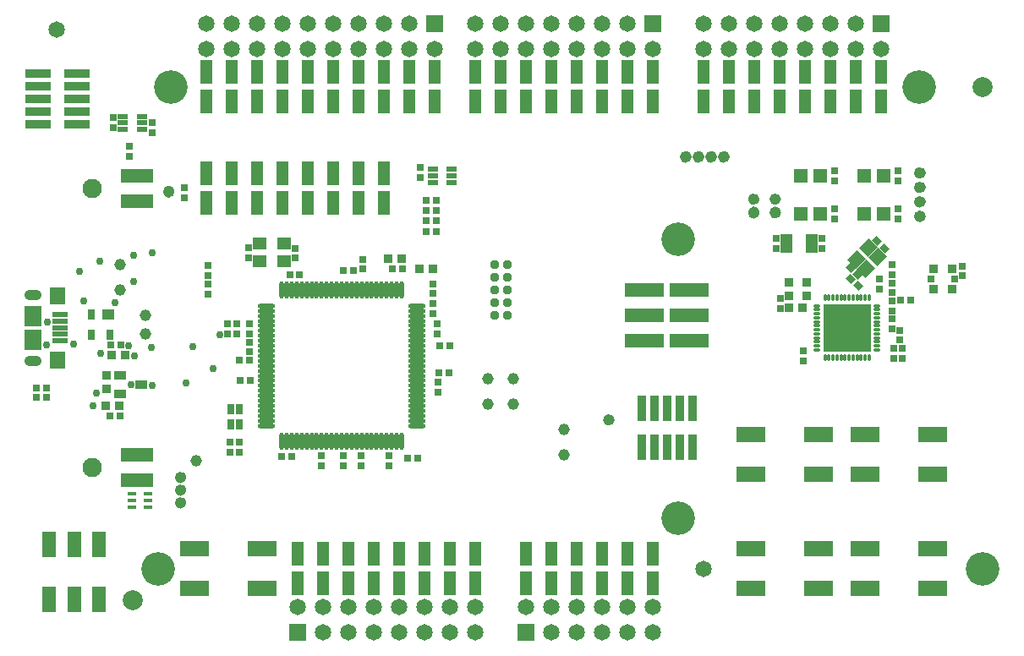
<source format=gts>
%FSLAX24Y24*%
%MOIN*%
G70*
G01*
G75*
G04 Layer_Color=8388736*
%ADD10C,0.0060*%
%ADD11C,0.0150*%
%ADD12C,0.0138*%
%ADD13C,0.0138*%
%ADD14C,0.0080*%
%ADD15C,0.0080*%
%ADD16C,0.0150*%
%ADD17R,0.0354X0.0138*%
%ADD18R,0.0400X0.0300*%
%ADD19C,0.0394*%
%ADD20R,0.0472X0.0512*%
%ADD21R,0.0315X0.0295*%
%ADD22R,0.0228X0.0197*%
%ADD23R,0.0256X0.0335*%
%ADD24R,0.0551X0.0630*%
%ADD25R,0.0610X0.0748*%
%ADD26R,0.0532X0.0157*%
%ADD27R,0.0394X0.0335*%
%ADD28R,0.0236X0.0335*%
%ADD29R,0.0276X0.0118*%
%ADD30R,0.0472X0.0433*%
%ADD31O,0.0650X0.0118*%
%ADD32O,0.0118X0.0650*%
%ADD33O,0.0256X0.0079*%
%ADD34O,0.0079X0.0256*%
%ADD35R,0.1850X0.1850*%
G04:AMPARAMS|DCode=36|XSize=47.2mil|YSize=43.3mil|CornerRadius=0mil|HoleSize=0mil|Usage=FLASHONLY|Rotation=225.000|XOffset=0mil|YOffset=0mil|HoleType=Round|Shape=Rectangle|*
%AMROTATEDRECTD36*
4,1,4,0.0014,0.0320,0.0320,0.0014,-0.0014,-0.0320,-0.0320,-0.0014,0.0014,0.0320,0.0*
%
%ADD36ROTATEDRECTD36*%

%ADD37R,0.0295X0.0315*%
%ADD38R,0.0197X0.0256*%
%ADD39R,0.0315X0.0295*%
%ADD40R,0.1500X0.0500*%
%ADD41R,0.0402X0.0862*%
%ADD42R,0.1083X0.0551*%
%ADD43R,0.0394X0.0709*%
%ADD44C,0.0079*%
%ADD45R,0.0197X0.0236*%
%ADD46R,0.0472X0.0984*%
%ADD47R,0.0945X0.0299*%
%ADD48C,0.0310*%
%ADD49R,0.1252X0.0500*%
%ADD50R,0.0236X0.0217*%
%ADD51R,0.0217X0.0236*%
G04:AMPARAMS|DCode=52|XSize=19.7mil|YSize=23.6mil|CornerRadius=0mil|HoleSize=0mil|Usage=FLASHONLY|Rotation=45.000|XOffset=0mil|YOffset=0mil|HoleType=Round|Shape=Rectangle|*
%AMROTATEDRECTD52*
4,1,4,0.0014,-0.0153,-0.0153,0.0014,-0.0014,0.0153,0.0153,-0.0014,0.0014,-0.0153,0.0*
%
%ADD52ROTATEDRECTD52*%

%ADD53R,0.0236X0.0197*%
%ADD54R,0.0299X0.0945*%
%ADD55C,0.0100*%
%ADD56C,0.0300*%
%ADD57C,0.0250*%
%ADD58C,0.0200*%
%ADD59C,0.0090*%
%ADD60C,0.0500*%
%ADD61C,0.0450*%
%ADD62R,0.0500X0.0300*%
%ADD63C,0.0591*%
%ADD64O,0.0630X0.0354*%
%ADD65C,0.0390*%
%ADD66C,0.0701*%
%ADD67R,0.0591X0.0591*%
%ADD68C,0.1260*%
%ADD69C,0.0260*%
%ADD70C,0.0240*%
%ADD71R,0.2000X0.2000*%
%ADD72R,0.0874X0.0402*%
%ADD73C,0.0098*%
%ADD74C,0.0059*%
%ADD75C,0.0236*%
%ADD76C,0.0079*%
%ADD77C,0.0050*%
%ADD78C,0.0060*%
%ADD79C,0.0118*%
%ADD80C,0.0110*%
%ADD81C,0.0003*%
%ADD82R,0.0197X0.1575*%
%ADD83O,0.0787X0.0591*%
%ADD84C,0.0240*%
%ADD85R,0.0414X0.0198*%
%ADD86R,0.0460X0.0360*%
%ADD87C,0.0454*%
%ADD88C,0.0787*%
%ADD89R,0.0532X0.0572*%
%ADD90R,0.0375X0.0355*%
%ADD91R,0.0288X0.0257*%
%ADD92R,0.0316X0.0395*%
%ADD93R,0.0611X0.0690*%
%ADD94R,0.0670X0.0808*%
%ADD95R,0.0592X0.0217*%
%ADD96R,0.0454X0.0395*%
%ADD97R,0.0296X0.0395*%
%ADD98R,0.0336X0.0178*%
%ADD99R,0.0532X0.0493*%
%ADD100O,0.0710X0.0178*%
%ADD101O,0.0178X0.0710*%
%ADD102O,0.0316X0.0139*%
%ADD103O,0.0139X0.0316*%
%ADD104R,0.1910X0.1910*%
G04:AMPARAMS|DCode=105|XSize=53.2mil|YSize=49.3mil|CornerRadius=0mil|HoleSize=0mil|Usage=FLASHONLY|Rotation=225.000|XOffset=0mil|YOffset=0mil|HoleType=Round|Shape=Rectangle|*
%AMROTATEDRECTD105*
4,1,4,0.0014,0.0363,0.0363,0.0014,-0.0014,-0.0363,-0.0363,-0.0014,0.0014,0.0363,0.0*
%
%ADD105ROTATEDRECTD105*%

%ADD106R,0.0355X0.0375*%
%ADD107R,0.0257X0.0316*%
%ADD108R,0.0375X0.0355*%
%ADD109R,0.1560X0.0560*%
%ADD110R,0.0462X0.0922*%
%ADD111R,0.1143X0.0611*%
%ADD112R,0.0454X0.0769*%
%ADD113C,0.0139*%
%ADD114R,0.0257X0.0296*%
%ADD115R,0.0532X0.1044*%
%ADD116R,0.1005X0.0359*%
%ADD117C,0.0370*%
%ADD118R,0.1312X0.0560*%
%ADD119R,0.0296X0.0277*%
%ADD120R,0.0277X0.0296*%
G04:AMPARAMS|DCode=121|XSize=25.7mil|YSize=29.6mil|CornerRadius=0mil|HoleSize=0mil|Usage=FLASHONLY|Rotation=45.000|XOffset=0mil|YOffset=0mil|HoleType=Round|Shape=Rectangle|*
%AMROTATEDRECTD121*
4,1,4,0.0014,-0.0196,-0.0196,0.0014,-0.0014,0.0196,0.0196,-0.0014,0.0014,-0.0196,0.0*
%
%ADD121ROTATEDRECTD121*%

%ADD122R,0.0296X0.0257*%
%ADD123R,0.0359X0.1005*%
%ADD124C,0.0651*%
%ADD125O,0.0690X0.0414*%
%ADD126C,0.0761*%
%ADD127R,0.0651X0.0651*%
%ADD128C,0.1320*%
%ADD129C,0.0300*%
D84*
X29080Y5072D02*
G03*
X29080Y5072I-110J0D01*
G01*
X35619Y6106D02*
G03*
X35619Y6106I-110J0D01*
G01*
X35640D02*
G03*
X35640Y6106I-110J0D01*
G01*
X29930Y4554D02*
G03*
X29930Y4554I-110J0D01*
G01*
Y4532D02*
G03*
X29930Y4532I-110J0D01*
G01*
X29080Y4554D02*
G03*
X29080Y4554I-110J0D01*
G01*
Y4532D02*
G03*
X29080Y4532I-110J0D01*
G01*
X29930Y5072D02*
G03*
X29930Y5072I-110J0D01*
G01*
X35619Y5536D02*
G03*
X35619Y5536I-110J0D01*
G01*
X35640D02*
G03*
X35640Y5536I-110J0D01*
G01*
X35619Y4966D02*
G03*
X35619Y4966I-110J0D01*
G01*
X35640D02*
G03*
X35640Y4966I-110J0D01*
G01*
X35619Y4396D02*
G03*
X35619Y4396I-110J0D01*
G01*
X35640D02*
G03*
X35640Y4396I-110J0D01*
G01*
X6020Y5356D02*
G03*
X6020Y5356I-110J0D01*
G01*
Y5378D02*
G03*
X6020Y5378I-110J0D01*
G01*
X6488Y-5900D02*
G03*
X6488Y-5900I-110J0D01*
G01*
Y-6400D02*
G03*
X6488Y-6400I-110J0D01*
G01*
Y-6900D02*
G03*
X6488Y-6900I-110J0D01*
G01*
X27900Y6729D02*
G03*
X27900Y6729I-110J0D01*
G01*
Y6751D02*
G03*
X27900Y6751I-110J0D01*
G01*
X27400Y6729D02*
G03*
X27400Y6729I-110J0D01*
G01*
Y6751D02*
G03*
X27400Y6751I-110J0D01*
G01*
X26900Y6729D02*
G03*
X26900Y6729I-110J0D01*
G01*
Y6751D02*
G03*
X26900Y6751I-110J0D01*
G01*
X26400Y6729D02*
G03*
X26400Y6729I-110J0D01*
G01*
Y6751D02*
G03*
X26400Y6751I-110J0D01*
G01*
X23370Y-3632D02*
G03*
X23370Y-3632I-110J0D01*
G01*
D85*
X4096Y7824D02*
D03*
Y8080D02*
D03*
Y8336D02*
D03*
X4844D02*
D03*
Y8080D02*
D03*
Y7824D02*
D03*
X16316Y5734D02*
D03*
X16316Y5990D02*
D03*
X16316Y6246D02*
D03*
X17064D02*
D03*
Y5990D02*
D03*
Y5734D02*
D03*
D86*
X4827Y-2244D02*
D03*
X4000Y-2618D02*
D03*
Y-1870D02*
D03*
D87*
X5000Y-250D02*
D03*
Y500D02*
D03*
X4000Y1500D02*
D03*
Y2500D02*
D03*
X18500Y-3000D02*
D03*
Y-2000D02*
D03*
X19500Y-3000D02*
D03*
Y-2000D02*
D03*
X21500Y-4000D02*
D03*
Y-5000D02*
D03*
X7000Y-5250D02*
D03*
D88*
X4500Y-10750D02*
D03*
X38000Y9500D02*
D03*
D89*
X33310Y6000D02*
D03*
X34097D02*
D03*
X33310Y4500D02*
D03*
X34097D02*
D03*
X30810D02*
D03*
X31597D02*
D03*
X30810Y6000D02*
D03*
X31597D02*
D03*
D90*
X36794Y2324D02*
D03*
Y1516D02*
D03*
X36046Y2324D02*
D03*
Y1516D02*
D03*
D91*
X36877Y1920D02*
D03*
X35963D02*
D03*
D92*
X8683Y-3225D02*
D03*
Y-3795D02*
D03*
X8349Y-3225D02*
D03*
Y-3795D02*
D03*
D93*
X1530Y1260D02*
D03*
Y-1260D02*
D03*
D94*
X565Y-472D02*
D03*
Y472D02*
D03*
D95*
X1618Y-512D02*
D03*
Y-256D02*
D03*
Y512D02*
D03*
Y256D02*
D03*
Y0D02*
D03*
D96*
X3521Y534D02*
D03*
D97*
X2852D02*
D03*
X3600Y-274D02*
D03*
X2852D02*
D03*
D98*
X5080Y-6548D02*
D03*
Y-6804D02*
D03*
Y-7060D02*
D03*
X4450Y-6804D02*
D03*
Y-6548D02*
D03*
Y-7060D02*
D03*
D99*
X10446Y3311D02*
D03*
Y2609D02*
D03*
X9506Y3311D02*
D03*
Y2609D02*
D03*
D100*
X15708Y75D02*
D03*
Y272D02*
D03*
Y-319D02*
D03*
Y-122D02*
D03*
Y862D02*
D03*
Y468D02*
D03*
Y665D02*
D03*
Y-1303D02*
D03*
Y-1106D02*
D03*
Y-1697D02*
D03*
Y-1500D02*
D03*
Y-713D02*
D03*
Y-516D02*
D03*
Y-909D02*
D03*
Y-2091D02*
D03*
Y-1894D02*
D03*
Y-2484D02*
D03*
Y-2287D02*
D03*
Y-2681D02*
D03*
Y-3075D02*
D03*
Y-2878D02*
D03*
Y-3469D02*
D03*
Y-3272D02*
D03*
Y-3862D02*
D03*
Y-3665D02*
D03*
X9744Y862D02*
D03*
Y-319D02*
D03*
Y-122D02*
D03*
Y-713D02*
D03*
Y-516D02*
D03*
Y468D02*
D03*
Y665D02*
D03*
Y75D02*
D03*
Y272D02*
D03*
Y-1697D02*
D03*
Y-1500D02*
D03*
Y-2091D02*
D03*
Y-1894D02*
D03*
Y-1106D02*
D03*
Y-909D02*
D03*
Y-1303D02*
D03*
Y-2878D02*
D03*
Y-2287D02*
D03*
Y-2681D02*
D03*
Y-2484D02*
D03*
Y-3272D02*
D03*
Y-3075D02*
D03*
Y-3665D02*
D03*
Y-3469D02*
D03*
Y-3862D02*
D03*
D101*
X15088Y1482D02*
D03*
X14498D02*
D03*
X14301D02*
D03*
X14891D02*
D03*
X14695D02*
D03*
X13710D02*
D03*
X13513D02*
D03*
X14104D02*
D03*
X13907D02*
D03*
X13317D02*
D03*
X13120D02*
D03*
X12923D02*
D03*
X12726D02*
D03*
X12529D02*
D03*
X15088Y-4482D02*
D03*
X13120D02*
D03*
X12923D02*
D03*
X13513D02*
D03*
X13317D02*
D03*
X12529D02*
D03*
X12332D02*
D03*
X12726D02*
D03*
X14498D02*
D03*
X14301D02*
D03*
X14891D02*
D03*
X14695D02*
D03*
X13907D02*
D03*
X13710D02*
D03*
X14104D02*
D03*
X11939Y1482D02*
D03*
X11742D02*
D03*
X12332D02*
D03*
X12136D02*
D03*
X10561D02*
D03*
X11545D02*
D03*
X11348D02*
D03*
X10758D02*
D03*
X10364D02*
D03*
X11151D02*
D03*
X10954D02*
D03*
X11742Y-4482D02*
D03*
X11545D02*
D03*
X12136D02*
D03*
X11939D02*
D03*
X10954D02*
D03*
X10758D02*
D03*
X11348D02*
D03*
X11151D02*
D03*
X10561D02*
D03*
X10364D02*
D03*
D102*
X31459Y79D02*
D03*
Y-79D02*
D03*
Y-551D02*
D03*
Y-394D02*
D03*
Y-236D02*
D03*
Y236D02*
D03*
X33841Y866D02*
D03*
Y551D02*
D03*
Y709D02*
D03*
Y236D02*
D03*
Y394D02*
D03*
Y-79D02*
D03*
Y79D02*
D03*
Y-236D02*
D03*
Y-394D02*
D03*
Y-551D02*
D03*
Y-866D02*
D03*
Y-709D02*
D03*
X31459Y866D02*
D03*
Y551D02*
D03*
Y709D02*
D03*
Y394D02*
D03*
Y-709D02*
D03*
Y-866D02*
D03*
D103*
X33516Y1191D02*
D03*
X33201D02*
D03*
X33044D02*
D03*
X33359D02*
D03*
X32571D02*
D03*
X32414D02*
D03*
X32886D02*
D03*
X32729D02*
D03*
X33516Y-1191D02*
D03*
X33201D02*
D03*
X33044D02*
D03*
X32886D02*
D03*
X33359D02*
D03*
X32571D02*
D03*
X32729D02*
D03*
X32099Y1191D02*
D03*
X31941D02*
D03*
X32256D02*
D03*
X31784D02*
D03*
X32256Y-1191D02*
D03*
X32099D02*
D03*
X32414D02*
D03*
X31784D02*
D03*
X31941D02*
D03*
D104*
X32650Y0D02*
D03*
D105*
X33872Y2782D02*
D03*
X33482Y3171D02*
D03*
X33398Y2308D02*
D03*
X33009Y2698D02*
D03*
D106*
X30876Y800D02*
D03*
X30344D02*
D03*
X3956Y-3060D02*
D03*
X3424D02*
D03*
X15092Y2730D02*
D03*
X14560D02*
D03*
X16316Y2310D02*
D03*
X15784D02*
D03*
X3660Y-1090D02*
D03*
X4192D02*
D03*
D107*
X30010Y773D02*
D03*
Y1147D02*
D03*
X34440Y1393D02*
D03*
Y1767D02*
D03*
X34720Y-477D02*
D03*
Y-103D02*
D03*
X34440Y-27D02*
D03*
Y347D02*
D03*
D108*
X30350Y1776D02*
D03*
Y1244D02*
D03*
X31060Y1776D02*
D03*
Y1244D02*
D03*
X3470Y-1884D02*
D03*
Y-2416D02*
D03*
D109*
X24675Y1500D02*
D03*
X26425D02*
D03*
X24675Y500D02*
D03*
X26425D02*
D03*
X24675Y-500D02*
D03*
X26425D02*
D03*
D110*
X23000Y-8923D02*
D03*
X23000Y-10077D02*
D03*
X25000Y-8923D02*
D03*
X24000D02*
D03*
X21000D02*
D03*
X20000D02*
D03*
X25000Y-10077D02*
D03*
X24000D02*
D03*
X21000D02*
D03*
X20000D02*
D03*
X22000Y-8923D02*
D03*
Y-10077D02*
D03*
X14400Y10077D02*
D03*
X10400D02*
D03*
X14400Y8923D02*
D03*
X10400Y8923D02*
D03*
X16400Y10077D02*
D03*
X15400D02*
D03*
X12400D02*
D03*
X11400D02*
D03*
X9400D02*
D03*
X8400D02*
D03*
X16400Y8923D02*
D03*
X15400D02*
D03*
X12400D02*
D03*
X11400D02*
D03*
X9400D02*
D03*
X8400Y8923D02*
D03*
X13400Y10077D02*
D03*
X7400D02*
D03*
X13400Y8923D02*
D03*
X7400D02*
D03*
X32000Y10077D02*
D03*
X28000D02*
D03*
X32000Y8923D02*
D03*
X28000D02*
D03*
X33000Y10077D02*
D03*
X34000D02*
D03*
X29000D02*
D03*
X30000D02*
D03*
X27000D02*
D03*
X33000Y8923D02*
D03*
X34000D02*
D03*
X29000Y8923D02*
D03*
X30000Y8923D02*
D03*
X27000D02*
D03*
X31000Y10077D02*
D03*
Y8923D02*
D03*
X13400Y6077D02*
D03*
Y4923D02*
D03*
X14400Y6077D02*
D03*
Y4923D02*
D03*
X8400Y6077D02*
D03*
Y4923D02*
D03*
X9400D02*
D03*
Y6077D02*
D03*
X10400Y4923D02*
D03*
Y6077D02*
D03*
X12400Y4923D02*
D03*
Y6077D02*
D03*
X11400Y4923D02*
D03*
Y6077D02*
D03*
X7400D02*
D03*
Y4923D02*
D03*
X13000Y-10077D02*
D03*
X17000D02*
D03*
X13000Y-8923D02*
D03*
X17000D02*
D03*
X12000Y-10077D02*
D03*
X11000D02*
D03*
X16000D02*
D03*
X15000D02*
D03*
X18000D02*
D03*
X12000Y-8923D02*
D03*
X11000D02*
D03*
X16000Y-8923D02*
D03*
X15000Y-8923D02*
D03*
X18000D02*
D03*
X14000Y-10077D02*
D03*
Y-8923D02*
D03*
X23000Y10077D02*
D03*
X19000D02*
D03*
X23000Y8923D02*
D03*
X19000D02*
D03*
X24000Y10077D02*
D03*
X25000D02*
D03*
X20000D02*
D03*
X21000D02*
D03*
X18000D02*
D03*
X24000Y8923D02*
D03*
X25000D02*
D03*
X20000Y8923D02*
D03*
X21000Y8923D02*
D03*
X18000D02*
D03*
X22000Y10077D02*
D03*
Y8923D02*
D03*
D111*
X31529Y-4213D02*
D03*
Y-5787D02*
D03*
X28871Y-4213D02*
D03*
Y-5787D02*
D03*
X36029Y-4213D02*
D03*
Y-5787D02*
D03*
X33371Y-4213D02*
D03*
Y-5787D02*
D03*
X9599Y-8713D02*
D03*
Y-10287D02*
D03*
X6941Y-8713D02*
D03*
Y-10287D02*
D03*
X36029Y-8713D02*
D03*
Y-10287D02*
D03*
X33371Y-8713D02*
D03*
Y-10287D02*
D03*
X31529Y-8713D02*
D03*
Y-10287D02*
D03*
X28871Y-8713D02*
D03*
Y-10287D02*
D03*
D112*
X30268Y3319D02*
D03*
X31252D02*
D03*
D113*
X28970Y4950D02*
D03*
Y5196D02*
D03*
X35387Y6106D02*
D03*
X35652D02*
D03*
X29820Y4676D02*
D03*
Y4410D02*
D03*
X28970Y4676D02*
D03*
Y4410D02*
D03*
X29820Y4950D02*
D03*
Y5196D02*
D03*
X35387Y5536D02*
D03*
X35652D02*
D03*
X35387Y4966D02*
D03*
X35652D02*
D03*
X35387Y4396D02*
D03*
X35652D02*
D03*
X5910Y5234D02*
D03*
Y5500D02*
D03*
X6500Y-5900D02*
D03*
X6254D02*
D03*
X6500Y-6400D02*
D03*
X6254D02*
D03*
X6500Y-6900D02*
D03*
X6254D02*
D03*
X27790Y6607D02*
D03*
Y6873D02*
D03*
X27290Y6607D02*
D03*
Y6873D02*
D03*
X26790Y6607D02*
D03*
Y6873D02*
D03*
X26290Y6607D02*
D03*
Y6873D02*
D03*
X23260Y-3510D02*
D03*
Y-3756D02*
D03*
D114*
X37190Y2043D02*
D03*
Y2437D02*
D03*
X14576Y-5447D02*
D03*
Y-5053D02*
D03*
X11936Y-5447D02*
D03*
Y-5053D02*
D03*
X34490Y-1197D02*
D03*
Y-803D02*
D03*
X30930Y-1317D02*
D03*
Y-923D02*
D03*
X33940Y1523D02*
D03*
Y1917D02*
D03*
X34440Y2093D02*
D03*
Y2487D02*
D03*
Y673D02*
D03*
Y1067D02*
D03*
X34820Y-1197D02*
D03*
Y-803D02*
D03*
X10886Y2743D02*
D03*
Y3137D02*
D03*
X9066Y2773D02*
D03*
Y3167D02*
D03*
X9096Y-237D02*
D03*
Y157D02*
D03*
X8226Y-237D02*
D03*
Y157D02*
D03*
X16336Y967D02*
D03*
Y573D02*
D03*
X16486Y-227D02*
D03*
Y167D02*
D03*
X16516Y-2143D02*
D03*
Y-2537D02*
D03*
X13556Y2707D02*
D03*
Y2313D02*
D03*
X9096Y-957D02*
D03*
Y-563D02*
D03*
X31660Y3516D02*
D03*
Y3122D02*
D03*
X29850Y3526D02*
D03*
X29850Y3132D02*
D03*
D115*
X3164Y-8547D02*
D03*
X1196D02*
D03*
X2180D02*
D03*
Y-10713D02*
D03*
X1196D02*
D03*
X3164D02*
D03*
D116*
X762Y8010D02*
D03*
Y8510D02*
D03*
Y9010D02*
D03*
Y9510D02*
D03*
Y10010D02*
D03*
X2298Y8010D02*
D03*
Y8510D02*
D03*
Y9010D02*
D03*
Y9510D02*
D03*
Y10010D02*
D03*
D117*
X18750Y1000D02*
D03*
Y500D02*
D03*
Y1500D02*
D03*
Y2000D02*
D03*
X19250D02*
D03*
X18750Y2500D02*
D03*
X19250Y500D02*
D03*
Y1500D02*
D03*
Y1000D02*
D03*
Y2500D02*
D03*
D118*
X4650Y-6000D02*
D03*
Y-5000D02*
D03*
Y6000D02*
D03*
Y5000D02*
D03*
D119*
X15333Y-5130D02*
D03*
X15727D02*
D03*
X16983Y-700D02*
D03*
X16589D02*
D03*
X703Y-2380D02*
D03*
X1097D02*
D03*
X16053Y5010D02*
D03*
X16447D02*
D03*
X16053Y3800D02*
D03*
X16447D02*
D03*
X16053Y4640D02*
D03*
X16447D02*
D03*
X16053Y4220D02*
D03*
X16447D02*
D03*
D120*
X7460Y1327D02*
D03*
Y1721D02*
D03*
Y2063D02*
D03*
Y2456D02*
D03*
X13506Y-5053D02*
D03*
Y-5447D02*
D03*
X12796Y-5053D02*
D03*
Y-5447D02*
D03*
X16336Y1737D02*
D03*
Y1343D02*
D03*
X8576Y-237D02*
D03*
Y157D02*
D03*
X8703Y-4907D02*
D03*
Y-4513D02*
D03*
X8329Y-4907D02*
D03*
Y-4513D02*
D03*
X3720Y7883D02*
D03*
Y8277D02*
D03*
X32150Y4697D02*
D03*
Y4303D02*
D03*
X34650D02*
D03*
Y4697D02*
D03*
Y5803D02*
D03*
Y6197D02*
D03*
X32150Y5803D02*
D03*
Y6197D02*
D03*
X6520Y5517D02*
D03*
Y5123D02*
D03*
X4360Y7157D02*
D03*
Y6763D02*
D03*
X5260Y7693D02*
D03*
Y8087D02*
D03*
X15820Y5933D02*
D03*
Y6327D02*
D03*
D121*
X34109Y3131D02*
D03*
X33831Y3409D02*
D03*
X33079Y1661D02*
D03*
X32801Y1939D02*
D03*
X33059Y2081D02*
D03*
X32781Y2359D02*
D03*
D122*
X35147Y1090D02*
D03*
X34753D02*
D03*
X3987Y-3480D02*
D03*
X3593D02*
D03*
X703Y-2740D02*
D03*
X1097D02*
D03*
X11073Y2080D02*
D03*
X10679D02*
D03*
X15133Y2330D02*
D03*
X14739D02*
D03*
X10753Y-5060D02*
D03*
X10359D02*
D03*
X16943Y-1760D02*
D03*
X16549D02*
D03*
X9113Y-2080D02*
D03*
X8719D02*
D03*
X9083Y-1280D02*
D03*
X8689D02*
D03*
X4013Y-690D02*
D03*
X3619D02*
D03*
X13193Y2250D02*
D03*
X12799D02*
D03*
D123*
X26550Y-4718D02*
D03*
X26050D02*
D03*
X25550D02*
D03*
X25050D02*
D03*
X24550D02*
D03*
X26550Y-3182D02*
D03*
X26050D02*
D03*
X25550D02*
D03*
X25050D02*
D03*
X24550D02*
D03*
D124*
X27000Y-9500D02*
D03*
X24000Y-11000D02*
D03*
Y-12000D02*
D03*
X22000Y-11000D02*
D03*
Y-12000D02*
D03*
X21000Y-11000D02*
D03*
Y-12000D02*
D03*
X20000Y-11000D02*
D03*
X23000Y-12000D02*
D03*
Y-11000D02*
D03*
X25000Y-12000D02*
D03*
Y-11000D02*
D03*
X9400Y12000D02*
D03*
Y11000D02*
D03*
X12400D02*
D03*
Y12000D02*
D03*
X14400Y11000D02*
D03*
Y12000D02*
D03*
X15400Y11000D02*
D03*
Y12000D02*
D03*
X16400Y11000D02*
D03*
X13400Y12000D02*
D03*
Y11000D02*
D03*
X11400Y12000D02*
D03*
Y11000D02*
D03*
X10400D02*
D03*
Y12000D02*
D03*
X8400D02*
D03*
Y11000D02*
D03*
X7400D02*
D03*
Y12000D02*
D03*
X28000D02*
D03*
Y11000D02*
D03*
X29000D02*
D03*
Y12000D02*
D03*
X31000Y11000D02*
D03*
Y12000D02*
D03*
X34000Y11000D02*
D03*
X33000Y12000D02*
D03*
Y11000D02*
D03*
X32000Y12000D02*
D03*
Y11000D02*
D03*
X30000Y12000D02*
D03*
Y11000D02*
D03*
X27000D02*
D03*
Y12000D02*
D03*
X19000D02*
D03*
Y11000D02*
D03*
X20000D02*
D03*
Y12000D02*
D03*
X22000Y11000D02*
D03*
Y12000D02*
D03*
X25000Y11000D02*
D03*
X24000Y12000D02*
D03*
Y11000D02*
D03*
X23000Y12000D02*
D03*
Y11000D02*
D03*
X21000Y12000D02*
D03*
Y11000D02*
D03*
X18000D02*
D03*
Y12000D02*
D03*
X17000Y-12000D02*
D03*
Y-11000D02*
D03*
X16000D02*
D03*
Y-12000D02*
D03*
X14000Y-11000D02*
D03*
Y-12000D02*
D03*
X11000Y-11000D02*
D03*
X12000Y-12000D02*
D03*
Y-11000D02*
D03*
X13000Y-12000D02*
D03*
Y-11000D02*
D03*
X15000Y-12000D02*
D03*
Y-11000D02*
D03*
X18000D02*
D03*
Y-12000D02*
D03*
X1500Y11750D02*
D03*
D125*
X565Y1299D02*
D03*
Y-1299D02*
D03*
D126*
X2880Y-5500D02*
D03*
Y5500D02*
D03*
D127*
X20000Y-12000D02*
D03*
X16400Y12000D02*
D03*
X34000D02*
D03*
X25000D02*
D03*
X11000Y-12000D02*
D03*
D128*
X38000Y-9500D02*
D03*
X6000Y9500D02*
D03*
X35500D02*
D03*
X5500Y-9500D02*
D03*
X26000Y3500D02*
D03*
Y-7500D02*
D03*
D129*
X5250Y-2260D02*
D03*
X4410Y-2250D02*
D03*
X3050Y-2590D02*
D03*
X2940Y-3060D02*
D03*
X5260Y2960D02*
D03*
X7666Y-1620D02*
D03*
X4516Y1820D02*
D03*
X4546Y-1100D02*
D03*
X2150Y-630D02*
D03*
X6586Y-2160D02*
D03*
X7916Y-260D02*
D03*
X3226Y-1000D02*
D03*
X3186Y2630D02*
D03*
X5240Y-770D02*
D03*
X3786Y1005D02*
D03*
X6856Y-750D02*
D03*
X4516Y2850D02*
D03*
X4326Y-705D02*
D03*
X2570Y1050D02*
D03*
X2390Y2240D02*
D03*
X1100Y-690D02*
D03*
X1130Y240D02*
D03*
M02*

</source>
